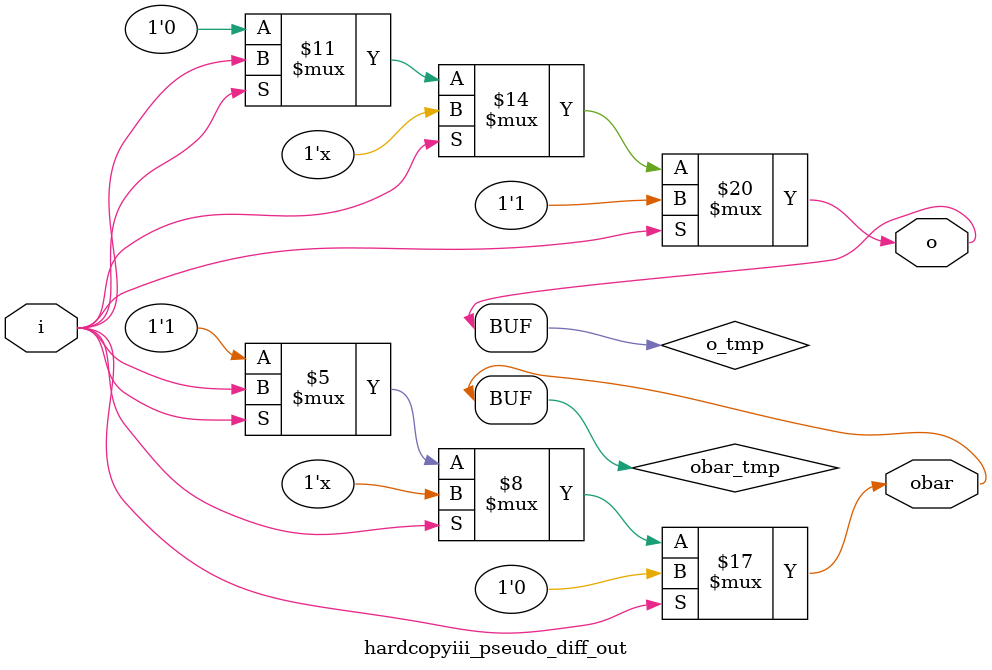
<source format=v>
module hardcopyiii_pseudo_diff_out(
                             i,
                             o,
                             obar
                             );
parameter lpm_type = "hardcopyiii_pseudo_diff_out";
input i;
output o;
output obar;
reg o_tmp;
reg obar_tmp;
assign o = o_tmp;
assign obar = obar_tmp;
always@(i)
    begin
        if( i == 1'b1)
            begin
                o_tmp = 1'b1;
                obar_tmp = 1'b0;
            end
        else if( i == 1'b0)
            begin
                o_tmp = 1'b0;
                obar_tmp = 1'b1;
            end
        else
            begin
                o_tmp = i;
                obar_tmp = i;
            end
    end
endmodule
</source>
